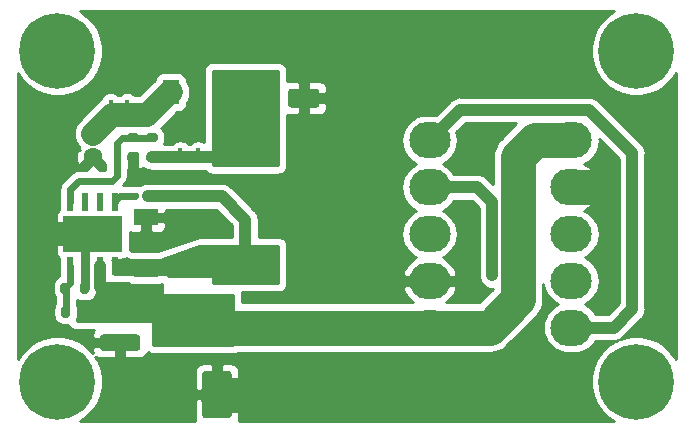
<source format=gtl>
G04 #@! TF.GenerationSoftware,KiCad,Pcbnew,5.1.10-88a1d61d58~90~ubuntu20.04.1*
G04 #@! TF.CreationDate,2021-10-25T08:53:00-05:00*
G04 #@! TF.ProjectId,power-share,706f7765-722d-4736-9861-72652e6b6963,rev?*
G04 #@! TF.SameCoordinates,Original*
G04 #@! TF.FileFunction,Copper,L1,Top*
G04 #@! TF.FilePolarity,Positive*
%FSLAX46Y46*%
G04 Gerber Fmt 4.6, Leading zero omitted, Abs format (unit mm)*
G04 Created by KiCad (PCBNEW 5.1.10-88a1d61d58~90~ubuntu20.04.1) date 2021-10-25 08:53:00*
%MOMM*%
%LPD*%
G01*
G04 APERTURE LIST*
G04 #@! TA.AperFunction,ComponentPad*
%ADD10C,0.800000*%
G04 #@! TD*
G04 #@! TA.AperFunction,ComponentPad*
%ADD11C,6.400000*%
G04 #@! TD*
G04 #@! TA.AperFunction,SMDPad,CuDef*
%ADD12R,3.400000X2.710000*%
G04 #@! TD*
G04 #@! TA.AperFunction,SMDPad,CuDef*
%ADD13R,0.600000X1.550000*%
G04 #@! TD*
G04 #@! TA.AperFunction,ComponentPad*
%ADD14C,0.400000*%
G04 #@! TD*
G04 #@! TA.AperFunction,ComponentPad*
%ADD15C,0.100000*%
G04 #@! TD*
G04 #@! TA.AperFunction,ComponentPad*
%ADD16O,3.500000X3.100000*%
G04 #@! TD*
G04 #@! TA.AperFunction,SMDPad,CuDef*
%ADD17R,5.400000X2.900000*%
G04 #@! TD*
G04 #@! TA.AperFunction,ComponentPad*
%ADD18C,1.597660*%
G04 #@! TD*
G04 #@! TA.AperFunction,SMDPad,CuDef*
%ADD19R,1.400000X2.100000*%
G04 #@! TD*
G04 #@! TA.AperFunction,SMDPad,CuDef*
%ADD20R,2.100000X1.400000*%
G04 #@! TD*
G04 #@! TA.AperFunction,ViaPad*
%ADD21C,0.800000*%
G04 #@! TD*
G04 #@! TA.AperFunction,ViaPad*
%ADD22C,0.900000*%
G04 #@! TD*
G04 #@! TA.AperFunction,ViaPad*
%ADD23C,0.400000*%
G04 #@! TD*
G04 #@! TA.AperFunction,Conductor*
%ADD24C,1.000000*%
G04 #@! TD*
G04 #@! TA.AperFunction,Conductor*
%ADD25C,3.000000*%
G04 #@! TD*
G04 #@! TA.AperFunction,Conductor*
%ADD26C,0.600000*%
G04 #@! TD*
G04 #@! TA.AperFunction,Conductor*
%ADD27C,2.000000*%
G04 #@! TD*
G04 #@! TA.AperFunction,Conductor*
%ADD28C,0.800000*%
G04 #@! TD*
G04 #@! TA.AperFunction,Conductor*
%ADD29C,0.200000*%
G04 #@! TD*
G04 #@! TA.AperFunction,Conductor*
%ADD30C,0.254000*%
G04 #@! TD*
G04 #@! TA.AperFunction,Conductor*
%ADD31C,0.100000*%
G04 #@! TD*
G04 APERTURE END LIST*
D10*
X136697056Y-101302944D03*
X135000000Y-100600000D03*
X133302944Y-101302944D03*
X132600000Y-103000000D03*
X133302944Y-104697056D03*
X135000000Y-105400000D03*
X136697056Y-104697056D03*
X137400000Y-103000000D03*
D11*
X135000000Y-103000000D03*
D12*
X89000000Y-118500000D03*
D13*
X87095000Y-115800000D03*
X87095000Y-121200000D03*
X88365000Y-115800000D03*
X88365000Y-121200000D03*
X89635000Y-115800000D03*
X89635000Y-121200000D03*
X90905000Y-115800000D03*
X90905000Y-121200000D03*
D14*
X90950000Y-119150000D03*
X89650000Y-119150000D03*
X89650000Y-117850000D03*
X88350000Y-117850000D03*
X88340000Y-119150000D03*
X87050000Y-117850000D03*
X87050000Y-119150000D03*
G04 #@! TA.AperFunction,ComponentPad*
D15*
G36*
X86540245Y-120024039D02*
G01*
X86530866Y-120021194D01*
X86522221Y-120016573D01*
X86514645Y-120010355D01*
X86508427Y-120002779D01*
X86503806Y-119994134D01*
X86500961Y-119984755D01*
X86500000Y-119975000D01*
X86500000Y-117025000D01*
X86500961Y-117015245D01*
X86503806Y-117005866D01*
X86508427Y-116997221D01*
X86514645Y-116989645D01*
X86522221Y-116983427D01*
X86530866Y-116978806D01*
X86540245Y-116975961D01*
X86550000Y-116975000D01*
X91450000Y-116975000D01*
X91459755Y-116975961D01*
X91469134Y-116978806D01*
X91477779Y-116983427D01*
X91485355Y-116989645D01*
X91491573Y-116997221D01*
X91496194Y-117005866D01*
X91499039Y-117015245D01*
X91500000Y-117025000D01*
X91500000Y-119975000D01*
X91499039Y-119984755D01*
X91496194Y-119994134D01*
X91491573Y-120002779D01*
X91485355Y-120010355D01*
X91477779Y-120016573D01*
X91469134Y-120021194D01*
X91459755Y-120024039D01*
X91450000Y-120025000D01*
X86550000Y-120025000D01*
X86540245Y-120024039D01*
G37*
G04 #@! TD.AperFunction*
D10*
X136697056Y-129302944D03*
X135000000Y-128600000D03*
X133302944Y-129302944D03*
X132600000Y-131000000D03*
X133302944Y-132697056D03*
X135000000Y-133400000D03*
X136697056Y-132697056D03*
X137400000Y-131000000D03*
D11*
X135000000Y-131000000D03*
D10*
X87697056Y-129302944D03*
X86000000Y-128600000D03*
X84302944Y-129302944D03*
X83600000Y-131000000D03*
X84302944Y-132697056D03*
X86000000Y-133400000D03*
X87697056Y-132697056D03*
X88400000Y-131000000D03*
D11*
X86000000Y-131000000D03*
D10*
X87697056Y-101302944D03*
X86000000Y-100600000D03*
X84302944Y-101302944D03*
X83600000Y-103000000D03*
X84302944Y-104697056D03*
X86000000Y-105400000D03*
X87697056Y-104697056D03*
X88400000Y-103000000D03*
D11*
X86000000Y-103000000D03*
D16*
X117500000Y-126420000D03*
X117500000Y-122460000D03*
X117500000Y-118500000D03*
X117500000Y-114540000D03*
X117500000Y-110580000D03*
D17*
X101900000Y-121100000D03*
X101900000Y-111400000D03*
G04 #@! TA.AperFunction,SMDPad,CuDef*
G36*
G01*
X92867500Y-115145000D02*
X92867500Y-115455000D01*
G75*
G02*
X92712500Y-115610000I-155000J0D01*
G01*
X92287500Y-115610000D01*
G75*
G02*
X92132500Y-115455000I0J155000D01*
G01*
X92132500Y-115145000D01*
G75*
G02*
X92287500Y-114990000I155000J0D01*
G01*
X92712500Y-114990000D01*
G75*
G02*
X92867500Y-115145000I0J-155000D01*
G01*
G37*
G04 #@! TD.AperFunction*
G04 #@! TA.AperFunction,SMDPad,CuDef*
G36*
G01*
X94002500Y-115145000D02*
X94002500Y-115455000D01*
G75*
G02*
X93847500Y-115610000I-155000J0D01*
G01*
X93422500Y-115610000D01*
G75*
G02*
X93267500Y-115455000I0J155000D01*
G01*
X93267500Y-115145000D01*
G75*
G02*
X93422500Y-114990000I155000J0D01*
G01*
X93847500Y-114990000D01*
G75*
G02*
X94002500Y-115145000I0J-155000D01*
G01*
G37*
G04 #@! TD.AperFunction*
G04 #@! TA.AperFunction,SMDPad,CuDef*
G36*
G01*
X89849999Y-127000000D02*
X92750001Y-127000000D01*
G75*
G02*
X93000000Y-127249999I0J-249999D01*
G01*
X93000000Y-128150001D01*
G75*
G02*
X92750001Y-128400000I-249999J0D01*
G01*
X89849999Y-128400000D01*
G75*
G02*
X89600000Y-128150001I0J249999D01*
G01*
X89600000Y-127249999D01*
G75*
G02*
X89849999Y-127000000I249999J0D01*
G01*
G37*
G04 #@! TD.AperFunction*
G04 #@! TA.AperFunction,SMDPad,CuDef*
G36*
G01*
X89849999Y-122900000D02*
X92750001Y-122900000D01*
G75*
G02*
X93000000Y-123149999I0J-249999D01*
G01*
X93000000Y-124050001D01*
G75*
G02*
X92750001Y-124300000I-249999J0D01*
G01*
X89849999Y-124300000D01*
G75*
G02*
X89600000Y-124050001I0J249999D01*
G01*
X89600000Y-123149999D01*
G75*
G02*
X89849999Y-122900000I249999J0D01*
G01*
G37*
G04 #@! TD.AperFunction*
G04 #@! TA.AperFunction,SMDPad,CuDef*
G36*
G01*
X98500000Y-130100000D02*
X100500000Y-130100000D01*
G75*
G02*
X100750000Y-130350000I0J-250000D01*
G01*
X100750000Y-133850000D01*
G75*
G02*
X100500000Y-134100000I-250000J0D01*
G01*
X98500000Y-134100000D01*
G75*
G02*
X98250000Y-133850000I0J250000D01*
G01*
X98250000Y-130350000D01*
G75*
G02*
X98500000Y-130100000I250000J0D01*
G01*
G37*
G04 #@! TD.AperFunction*
G04 #@! TA.AperFunction,SMDPad,CuDef*
G36*
G01*
X98500000Y-124000000D02*
X100500000Y-124000000D01*
G75*
G02*
X100750000Y-124250000I0J-250000D01*
G01*
X100750000Y-127750000D01*
G75*
G02*
X100500000Y-128000000I-250000J0D01*
G01*
X98500000Y-128000000D01*
G75*
G02*
X98250000Y-127750000I0J250000D01*
G01*
X98250000Y-124250000D01*
G75*
G02*
X98500000Y-124000000I250000J0D01*
G01*
G37*
G04 #@! TD.AperFunction*
G04 #@! TA.AperFunction,SMDPad,CuDef*
G36*
G01*
X92675000Y-110750000D02*
X92125000Y-110750000D01*
G75*
G02*
X91925000Y-110550000I0J200000D01*
G01*
X91925000Y-110150000D01*
G75*
G02*
X92125000Y-109950000I200000J0D01*
G01*
X92675000Y-109950000D01*
G75*
G02*
X92875000Y-110150000I0J-200000D01*
G01*
X92875000Y-110550000D01*
G75*
G02*
X92675000Y-110750000I-200000J0D01*
G01*
G37*
G04 #@! TD.AperFunction*
G04 #@! TA.AperFunction,SMDPad,CuDef*
G36*
G01*
X92675000Y-112400000D02*
X92125000Y-112400000D01*
G75*
G02*
X91925000Y-112200000I0J200000D01*
G01*
X91925000Y-111800000D01*
G75*
G02*
X92125000Y-111600000I200000J0D01*
G01*
X92675000Y-111600000D01*
G75*
G02*
X92875000Y-111800000I0J-200000D01*
G01*
X92875000Y-112200000D01*
G75*
G02*
X92675000Y-112400000I-200000J0D01*
G01*
G37*
G04 #@! TD.AperFunction*
G04 #@! TA.AperFunction,SMDPad,CuDef*
G36*
G01*
X93725000Y-111600000D02*
X94275000Y-111600000D01*
G75*
G02*
X94475000Y-111800000I0J-200000D01*
G01*
X94475000Y-112200000D01*
G75*
G02*
X94275000Y-112400000I-200000J0D01*
G01*
X93725000Y-112400000D01*
G75*
G02*
X93525000Y-112200000I0J200000D01*
G01*
X93525000Y-111800000D01*
G75*
G02*
X93725000Y-111600000I200000J0D01*
G01*
G37*
G04 #@! TD.AperFunction*
G04 #@! TA.AperFunction,SMDPad,CuDef*
G36*
G01*
X93725000Y-109950000D02*
X94275000Y-109950000D01*
G75*
G02*
X94475000Y-110150000I0J-200000D01*
G01*
X94475000Y-110550000D01*
G75*
G02*
X94275000Y-110750000I-200000J0D01*
G01*
X93725000Y-110750000D01*
G75*
G02*
X93525000Y-110550000I0J200000D01*
G01*
X93525000Y-110150000D01*
G75*
G02*
X93725000Y-109950000I200000J0D01*
G01*
G37*
G04 #@! TD.AperFunction*
G04 #@! TA.AperFunction,SMDPad,CuDef*
G36*
G01*
X87050000Y-122825000D02*
X87050000Y-123375000D01*
G75*
G02*
X86850000Y-123575000I-200000J0D01*
G01*
X86450000Y-123575000D01*
G75*
G02*
X86250000Y-123375000I0J200000D01*
G01*
X86250000Y-122825000D01*
G75*
G02*
X86450000Y-122625000I200000J0D01*
G01*
X86850000Y-122625000D01*
G75*
G02*
X87050000Y-122825000I0J-200000D01*
G01*
G37*
G04 #@! TD.AperFunction*
G04 #@! TA.AperFunction,SMDPad,CuDef*
G36*
G01*
X88700000Y-122825000D02*
X88700000Y-123375000D01*
G75*
G02*
X88500000Y-123575000I-200000J0D01*
G01*
X88100000Y-123575000D01*
G75*
G02*
X87900000Y-123375000I0J200000D01*
G01*
X87900000Y-122825000D01*
G75*
G02*
X88100000Y-122625000I200000J0D01*
G01*
X88500000Y-122625000D01*
G75*
G02*
X88700000Y-122825000I0J-200000D01*
G01*
G37*
G04 #@! TD.AperFunction*
G04 #@! TA.AperFunction,SMDPad,CuDef*
G36*
G01*
X87100000Y-124825000D02*
X87100000Y-125375000D01*
G75*
G02*
X86900000Y-125575000I-200000J0D01*
G01*
X86500000Y-125575000D01*
G75*
G02*
X86300000Y-125375000I0J200000D01*
G01*
X86300000Y-124825000D01*
G75*
G02*
X86500000Y-124625000I200000J0D01*
G01*
X86900000Y-124625000D01*
G75*
G02*
X87100000Y-124825000I0J-200000D01*
G01*
G37*
G04 #@! TD.AperFunction*
G04 #@! TA.AperFunction,SMDPad,CuDef*
G36*
G01*
X88750000Y-124825000D02*
X88750000Y-125375000D01*
G75*
G02*
X88550000Y-125575000I-200000J0D01*
G01*
X88150000Y-125575000D01*
G75*
G02*
X87950000Y-125375000I0J200000D01*
G01*
X87950000Y-124825000D01*
G75*
G02*
X88150000Y-124625000I200000J0D01*
G01*
X88550000Y-124625000D01*
G75*
G02*
X88750000Y-124825000I0J-200000D01*
G01*
G37*
G04 #@! TD.AperFunction*
D18*
X89000000Y-110001780D03*
X89000000Y-111998220D03*
D19*
X100000000Y-106500000D03*
X95600000Y-106500000D03*
D20*
X93500000Y-117100000D03*
X93500000Y-121500000D03*
G04 #@! TA.AperFunction,SMDPad,CuDef*
G36*
G01*
X105525000Y-107550000D02*
X105525000Y-106450000D01*
G75*
G02*
X105775000Y-106200000I250000J0D01*
G01*
X107925000Y-106200000D01*
G75*
G02*
X108175000Y-106450000I0J-250000D01*
G01*
X108175000Y-107550000D01*
G75*
G02*
X107925000Y-107800000I-250000J0D01*
G01*
X105775000Y-107800000D01*
G75*
G02*
X105525000Y-107550000I0J250000D01*
G01*
G37*
G04 #@! TD.AperFunction*
G04 #@! TA.AperFunction,SMDPad,CuDef*
G36*
G01*
X102175000Y-107550000D02*
X102175000Y-106450000D01*
G75*
G02*
X102425000Y-106200000I250000J0D01*
G01*
X104575000Y-106200000D01*
G75*
G02*
X104825000Y-106450000I0J-250000D01*
G01*
X104825000Y-107550000D01*
G75*
G02*
X104575000Y-107800000I-250000J0D01*
G01*
X102425000Y-107800000D01*
G75*
G02*
X102175000Y-107550000I0J250000D01*
G01*
G37*
G04 #@! TD.AperFunction*
D16*
X129500000Y-110580000D03*
X129500000Y-114540000D03*
X129500000Y-118500000D03*
X129500000Y-122460000D03*
X129500000Y-126420000D03*
D21*
X93000000Y-119000000D03*
X94500000Y-119000000D03*
X96000000Y-117000000D03*
X96000000Y-118000000D03*
X97500000Y-118000000D03*
X97500000Y-117000000D03*
X99000000Y-117000000D03*
X99000000Y-118000000D03*
X107000000Y-111000000D03*
X109000000Y-111000000D03*
X111000000Y-111000000D03*
X111000000Y-113000000D03*
X109000000Y-113000000D03*
X107000000Y-113000000D03*
X107000000Y-115000000D03*
X109000000Y-115000000D03*
X111000000Y-115000000D03*
X111000000Y-117000000D03*
X109000000Y-117000000D03*
X107000000Y-117000000D03*
X107000000Y-119000000D03*
X109000000Y-119000000D03*
X111000000Y-119000000D03*
X111000000Y-121000000D03*
X109000000Y-121000000D03*
X107000000Y-121000000D03*
X84000000Y-109500000D03*
X84000000Y-111000000D03*
X84000000Y-112500000D03*
X84000000Y-114000000D03*
X84000000Y-115500000D03*
X85500000Y-115500000D03*
X85500000Y-114000000D03*
X85500000Y-112500000D03*
X85500000Y-111000000D03*
D22*
X108000000Y-129000000D03*
X110000000Y-129000000D03*
X112000000Y-129000000D03*
X114000000Y-129000000D03*
X106000000Y-131000000D03*
X106000000Y-133000000D03*
X102000000Y-129000000D03*
X97000000Y-129000000D03*
X93000000Y-131000000D03*
X93000000Y-133000000D03*
X91000000Y-133000000D03*
X91000000Y-131000000D03*
X84000000Y-121000000D03*
X84000000Y-123000000D03*
X84000000Y-125000000D03*
X129000000Y-101000000D03*
X126000000Y-101000000D03*
X123000000Y-101000000D03*
X120000000Y-101000000D03*
X117000000Y-101000000D03*
X114000000Y-101000000D03*
X133000000Y-120000000D03*
X133000000Y-124000000D03*
X133000000Y-122000000D03*
X121000000Y-123000000D03*
X121000000Y-121000000D03*
X121000000Y-119000000D03*
X121000000Y-117000000D03*
X121000000Y-110000000D03*
X121000000Y-112000000D03*
X122850000Y-122000000D03*
D23*
X96400000Y-111400000D03*
X97900000Y-111400000D03*
X91900000Y-107300000D03*
X90500000Y-107300000D03*
D24*
X90260000Y-123600000D02*
X91300000Y-123600000D01*
X89635000Y-122975000D02*
X90260000Y-123600000D01*
X89635000Y-121200000D02*
X89635000Y-122975000D01*
D25*
X122580000Y-126420000D02*
X99920000Y-126420000D01*
X125000000Y-124000000D02*
X122580000Y-126420000D01*
X125000000Y-112000000D02*
X125000000Y-124000000D01*
X99920000Y-126420000D02*
X99500000Y-126000000D01*
X126420000Y-110580000D02*
X125000000Y-112000000D01*
X129500000Y-110580000D02*
X126420000Y-110580000D01*
D26*
X90950000Y-117850000D02*
X88350000Y-117850000D01*
X86800000Y-118500000D02*
X89000000Y-118500000D01*
D27*
X89000000Y-118500000D02*
X85000000Y-118500000D01*
D28*
X88365000Y-119135000D02*
X89000000Y-118500000D01*
X88365000Y-121200000D02*
X88365000Y-119135000D01*
X88365000Y-123035000D02*
X88300000Y-123100000D01*
X88365000Y-121200000D02*
X88365000Y-123035000D01*
D25*
X99500000Y-132100000D02*
X102800000Y-132100000D01*
X129500000Y-114540000D02*
X131660000Y-114540000D01*
D24*
X122799990Y-115799990D02*
X122799990Y-122000000D01*
X121540000Y-114540000D02*
X122799990Y-115799990D01*
X117500000Y-114540000D02*
X121540000Y-114540000D01*
X120079999Y-108000001D02*
X117500000Y-110580000D01*
X131000001Y-108000001D02*
X120079999Y-108000001D01*
X134649988Y-111649988D02*
X131000001Y-108000001D01*
X134649988Y-124850012D02*
X134649988Y-111649988D01*
X133080000Y-126420000D02*
X134649988Y-124850012D01*
X129500000Y-126420000D02*
X133080000Y-126420000D01*
D26*
X86700000Y-123150000D02*
X86650000Y-123100000D01*
X86700000Y-125100000D02*
X86700000Y-123150000D01*
X87095000Y-122655000D02*
X86650000Y-123100000D01*
X87095000Y-121200000D02*
X87095000Y-122655000D01*
X91450000Y-110350000D02*
X92400000Y-110350000D01*
X91000000Y-110800000D02*
X91450000Y-110350000D01*
X91000000Y-113600000D02*
X91000000Y-110800000D01*
X90600000Y-114000000D02*
X91000000Y-113600000D01*
X87095000Y-114705000D02*
X87800000Y-114000000D01*
X87800000Y-114000000D02*
X90600000Y-114000000D01*
X87095000Y-115800000D02*
X87095000Y-114705000D01*
X94000000Y-110350000D02*
X92400000Y-110350000D01*
X90905000Y-115800000D02*
X90905000Y-115695000D01*
X91300000Y-115300000D02*
X92500000Y-115300000D01*
X90905000Y-115695000D02*
X91300000Y-115300000D01*
D24*
X101300000Y-112000000D02*
X101900000Y-111400000D01*
D29*
X95800000Y-112000000D02*
X95750000Y-112000000D01*
X96400000Y-111400000D02*
X95800000Y-112000000D01*
D24*
X94000000Y-112000000D02*
X95750000Y-112000000D01*
D29*
X97000000Y-112000000D02*
X97050000Y-112000000D01*
X96400000Y-111400000D02*
X97000000Y-112000000D01*
D24*
X97050000Y-112000000D02*
X98200000Y-112000000D01*
X95750000Y-112000000D02*
X97050000Y-112000000D01*
D29*
X97300000Y-112000000D02*
X97050000Y-112000000D01*
X97900000Y-111400000D02*
X97300000Y-112000000D01*
X98350000Y-111850000D02*
X98350000Y-112000000D01*
X97900000Y-111400000D02*
X98350000Y-111850000D01*
D24*
X98350000Y-112000000D02*
X101300000Y-112000000D01*
X98200000Y-112000000D02*
X98350000Y-112000000D01*
X93635000Y-115300000D02*
X99900000Y-115300000D01*
X101900000Y-117300000D02*
X101900000Y-121100000D01*
X99900000Y-115300000D02*
X101900000Y-117300000D01*
D27*
X90599389Y-108400000D02*
X89000000Y-109999389D01*
X95500000Y-106500000D02*
X93600000Y-108400000D01*
X95600000Y-106500000D02*
X95500000Y-106500000D01*
D29*
X90800000Y-108400000D02*
X90599389Y-108400000D01*
X91900000Y-107300000D02*
X90800000Y-108400000D01*
X91900000Y-107300000D02*
X93000000Y-108400000D01*
D27*
X93000000Y-108400000D02*
X90599389Y-108400000D01*
X93600000Y-108400000D02*
X93000000Y-108400000D01*
D29*
X90599389Y-107399389D02*
X90500000Y-107300000D01*
X90599389Y-108400000D02*
X90599389Y-107399389D01*
D30*
X104673000Y-112673000D02*
X99127000Y-112673000D01*
X99127000Y-104727000D01*
X104673000Y-104727000D01*
X104673000Y-112673000D01*
G04 #@! TA.AperFunction,Conductor*
D31*
G36*
X104673000Y-112673000D02*
G01*
X99127000Y-112673000D01*
X99127000Y-104727000D01*
X104673000Y-104727000D01*
X104673000Y-112673000D01*
G37*
G04 #@! TD.AperFunction*
D30*
X91998815Y-122651185D02*
X92095506Y-122730537D01*
X92205820Y-122789502D01*
X92325518Y-122825812D01*
X92450000Y-122838072D01*
X94550000Y-122838072D01*
X94674482Y-122825812D01*
X94794180Y-122789502D01*
X94873000Y-122747371D01*
X94873000Y-123500000D01*
X94875440Y-123524776D01*
X94882667Y-123548601D01*
X94894403Y-123570557D01*
X94910197Y-123589803D01*
X94929443Y-123605597D01*
X94951399Y-123617333D01*
X94975224Y-123624560D01*
X95000000Y-123627000D01*
X100873000Y-123627000D01*
X100873000Y-127873000D01*
X94127000Y-127873000D01*
X94127000Y-126000000D01*
X94124560Y-125975224D01*
X94117333Y-125951399D01*
X94105597Y-125929443D01*
X94089803Y-125910197D01*
X94070557Y-125894403D01*
X94048601Y-125882667D01*
X94024776Y-125875440D01*
X94000000Y-125873000D01*
X87627000Y-125873000D01*
X87627000Y-125784166D01*
X87674278Y-125695716D01*
X87721969Y-125538500D01*
X87738072Y-125375000D01*
X87738072Y-124825000D01*
X87721969Y-124661500D01*
X87674278Y-124504284D01*
X87635000Y-124430801D01*
X87635000Y-124072156D01*
X87779284Y-124149278D01*
X87936500Y-124196969D01*
X88100000Y-124213072D01*
X88500000Y-124213072D01*
X88663500Y-124196969D01*
X88820716Y-124149278D01*
X88965608Y-124071831D01*
X89092606Y-123967606D01*
X89196831Y-123840608D01*
X89274278Y-123695716D01*
X89321969Y-123538500D01*
X89335495Y-123401170D01*
X89385024Y-123237895D01*
X89400000Y-123085838D01*
X89400000Y-123085835D01*
X89405007Y-123035000D01*
X89400000Y-122984165D01*
X89400000Y-122627000D01*
X91978967Y-122627000D01*
X91998815Y-122651185D01*
G04 #@! TA.AperFunction,Conductor*
D31*
G36*
X91998815Y-122651185D02*
G01*
X92095506Y-122730537D01*
X92205820Y-122789502D01*
X92325518Y-122825812D01*
X92450000Y-122838072D01*
X94550000Y-122838072D01*
X94674482Y-122825812D01*
X94794180Y-122789502D01*
X94873000Y-122747371D01*
X94873000Y-123500000D01*
X94875440Y-123524776D01*
X94882667Y-123548601D01*
X94894403Y-123570557D01*
X94910197Y-123589803D01*
X94929443Y-123605597D01*
X94951399Y-123617333D01*
X94975224Y-123624560D01*
X95000000Y-123627000D01*
X100873000Y-123627000D01*
X100873000Y-127873000D01*
X94127000Y-127873000D01*
X94127000Y-126000000D01*
X94124560Y-125975224D01*
X94117333Y-125951399D01*
X94105597Y-125929443D01*
X94089803Y-125910197D01*
X94070557Y-125894403D01*
X94048601Y-125882667D01*
X94024776Y-125875440D01*
X94000000Y-125873000D01*
X87627000Y-125873000D01*
X87627000Y-125784166D01*
X87674278Y-125695716D01*
X87721969Y-125538500D01*
X87738072Y-125375000D01*
X87738072Y-124825000D01*
X87721969Y-124661500D01*
X87674278Y-124504284D01*
X87635000Y-124430801D01*
X87635000Y-124072156D01*
X87779284Y-124149278D01*
X87936500Y-124196969D01*
X88100000Y-124213072D01*
X88500000Y-124213072D01*
X88663500Y-124196969D01*
X88820716Y-124149278D01*
X88965608Y-124071831D01*
X89092606Y-123967606D01*
X89196831Y-123840608D01*
X89274278Y-123695716D01*
X89321969Y-123538500D01*
X89335495Y-123401170D01*
X89385024Y-123237895D01*
X89400000Y-123085838D01*
X89400000Y-123085835D01*
X89405007Y-123035000D01*
X89400000Y-122984165D01*
X89400000Y-122627000D01*
X91978967Y-122627000D01*
X91998815Y-122651185D01*
G37*
G04 #@! TD.AperFunction*
D30*
X104673000Y-122673000D02*
X99127000Y-122673000D01*
X99127000Y-122200000D01*
X99124560Y-122175224D01*
X99117333Y-122151399D01*
X99105597Y-122129443D01*
X99089803Y-122110197D01*
X99070557Y-122094403D01*
X99048601Y-122082667D01*
X99024776Y-122075440D01*
X99000000Y-122073000D01*
X95467078Y-122073000D01*
X95449013Y-122050987D01*
X95352787Y-121972017D01*
X95243004Y-121913336D01*
X95123882Y-121877201D01*
X95000000Y-121865000D01*
X90770000Y-121865000D01*
X90770000Y-121144248D01*
X90753577Y-120977501D01*
X90688676Y-120763553D01*
X90634968Y-120663072D01*
X91450000Y-120663072D01*
X91512556Y-120659998D01*
X91522311Y-120659037D01*
X91644972Y-120634637D01*
X91654351Y-120631792D01*
X91769927Y-120583919D01*
X91778572Y-120579298D01*
X91819679Y-120551830D01*
X92143204Y-120713592D01*
X92166456Y-120722490D01*
X92200000Y-120727000D01*
X94600000Y-120727000D01*
X94624776Y-120724560D01*
X94642268Y-120719760D01*
X98021755Y-119527000D01*
X104673000Y-119527000D01*
X104673000Y-122673000D01*
G04 #@! TA.AperFunction,Conductor*
D31*
G36*
X104673000Y-122673000D02*
G01*
X99127000Y-122673000D01*
X99127000Y-122200000D01*
X99124560Y-122175224D01*
X99117333Y-122151399D01*
X99105597Y-122129443D01*
X99089803Y-122110197D01*
X99070557Y-122094403D01*
X99048601Y-122082667D01*
X99024776Y-122075440D01*
X99000000Y-122073000D01*
X95467078Y-122073000D01*
X95449013Y-122050987D01*
X95352787Y-121972017D01*
X95243004Y-121913336D01*
X95123882Y-121877201D01*
X95000000Y-121865000D01*
X90770000Y-121865000D01*
X90770000Y-121144248D01*
X90753577Y-120977501D01*
X90688676Y-120763553D01*
X90634968Y-120663072D01*
X91450000Y-120663072D01*
X91512556Y-120659998D01*
X91522311Y-120659037D01*
X91644972Y-120634637D01*
X91654351Y-120631792D01*
X91769927Y-120583919D01*
X91778572Y-120579298D01*
X91819679Y-120551830D01*
X92143204Y-120713592D01*
X92166456Y-120722490D01*
X92200000Y-120727000D01*
X94600000Y-120727000D01*
X94624776Y-120724560D01*
X94642268Y-120719760D01*
X98021755Y-119527000D01*
X104673000Y-119527000D01*
X104673000Y-122673000D01*
G37*
G04 #@! TD.AperFunction*
D30*
X132555330Y-100021161D02*
X132021161Y-100555330D01*
X131601467Y-101183446D01*
X131312377Y-101881372D01*
X131165000Y-102622285D01*
X131165000Y-103377715D01*
X131312377Y-104118628D01*
X131601467Y-104816554D01*
X132021161Y-105444670D01*
X132555330Y-105978839D01*
X133183446Y-106398533D01*
X133881372Y-106687623D01*
X134622285Y-106835000D01*
X135377715Y-106835000D01*
X136118628Y-106687623D01*
X136816554Y-106398533D01*
X137444670Y-105978839D01*
X137978839Y-105444670D01*
X138340001Y-104904153D01*
X138340000Y-129095845D01*
X137978839Y-128555330D01*
X137444670Y-128021161D01*
X136816554Y-127601467D01*
X136118628Y-127312377D01*
X135377715Y-127165000D01*
X134622285Y-127165000D01*
X133881372Y-127312377D01*
X133600760Y-127428610D01*
X133713623Y-127368284D01*
X133886449Y-127226449D01*
X133921996Y-127183135D01*
X135413128Y-125692003D01*
X135456437Y-125656461D01*
X135598272Y-125483635D01*
X135703664Y-125286459D01*
X135768565Y-125072511D01*
X135784988Y-124905764D01*
X135784988Y-124905755D01*
X135790478Y-124850013D01*
X135784988Y-124794271D01*
X135784988Y-111705739D01*
X135790479Y-111649987D01*
X135768565Y-111427488D01*
X135736556Y-111321971D01*
X135703664Y-111213541D01*
X135598272Y-111016365D01*
X135456437Y-110843539D01*
X135413129Y-110807997D01*
X131841997Y-107236866D01*
X131806450Y-107193552D01*
X131633624Y-107051717D01*
X131436448Y-106946325D01*
X131222500Y-106881424D01*
X131055753Y-106865001D01*
X131055752Y-106865001D01*
X131000001Y-106859510D01*
X130944250Y-106865001D01*
X120135751Y-106865001D01*
X120079999Y-106859510D01*
X119857500Y-106881424D01*
X119643552Y-106946325D01*
X119446376Y-107051717D01*
X119316855Y-107158012D01*
X119316854Y-107158013D01*
X119273550Y-107193552D01*
X119238012Y-107236855D01*
X118055433Y-108419435D01*
X117807340Y-108395000D01*
X117192660Y-108395000D01*
X116871665Y-108426615D01*
X116459791Y-108551556D01*
X116080206Y-108754449D01*
X115747496Y-109027496D01*
X115474449Y-109360206D01*
X115271556Y-109739791D01*
X115146615Y-110151665D01*
X115104428Y-110580000D01*
X115146615Y-111008335D01*
X115271556Y-111420209D01*
X115474449Y-111799794D01*
X115747496Y-112132504D01*
X116080206Y-112405551D01*
X116369159Y-112560000D01*
X116080206Y-112714449D01*
X115747496Y-112987496D01*
X115474449Y-113320206D01*
X115271556Y-113699791D01*
X115146615Y-114111665D01*
X115104428Y-114540000D01*
X115146615Y-114968335D01*
X115271556Y-115380209D01*
X115474449Y-115759794D01*
X115747496Y-116092504D01*
X116080206Y-116365551D01*
X116369159Y-116520000D01*
X116080206Y-116674449D01*
X115747496Y-116947496D01*
X115474449Y-117280206D01*
X115271556Y-117659791D01*
X115146615Y-118071665D01*
X115104428Y-118500000D01*
X115146615Y-118928335D01*
X115271556Y-119340209D01*
X115474449Y-119719794D01*
X115747496Y-120052504D01*
X116080206Y-120325551D01*
X116383705Y-120487775D01*
X116058224Y-120669013D01*
X115732680Y-120945685D01*
X115467367Y-121280551D01*
X115272481Y-121660743D01*
X115216140Y-121802923D01*
X115299660Y-122137000D01*
X117177000Y-122137000D01*
X117177000Y-122117000D01*
X117823000Y-122117000D01*
X117823000Y-122137000D01*
X119700340Y-122137000D01*
X119783860Y-121802923D01*
X119727519Y-121660743D01*
X119532633Y-121280551D01*
X119267320Y-120945685D01*
X118941776Y-120669013D01*
X118616295Y-120487775D01*
X118919794Y-120325551D01*
X119252504Y-120052504D01*
X119525551Y-119719794D01*
X119728444Y-119340209D01*
X119853385Y-118928335D01*
X119895572Y-118500000D01*
X119853385Y-118071665D01*
X119728444Y-117659791D01*
X119525551Y-117280206D01*
X119252504Y-116947496D01*
X118919794Y-116674449D01*
X118630841Y-116520000D01*
X118919794Y-116365551D01*
X119252504Y-116092504D01*
X119525551Y-115759794D01*
X119570874Y-115675000D01*
X121069869Y-115675000D01*
X121664990Y-116270122D01*
X121664991Y-122055752D01*
X121681414Y-122222499D01*
X121746315Y-122436447D01*
X121851707Y-122633623D01*
X121993542Y-122806449D01*
X122166368Y-122948284D01*
X122363544Y-123053676D01*
X122577492Y-123118577D01*
X122799990Y-123140491D01*
X122844552Y-123136102D01*
X121695655Y-124285000D01*
X118880693Y-124285000D01*
X118941776Y-124250987D01*
X119267320Y-123974315D01*
X119532633Y-123639449D01*
X119727519Y-123259257D01*
X119783860Y-123117077D01*
X119700340Y-122783000D01*
X117823000Y-122783000D01*
X117823000Y-122803000D01*
X117177000Y-122803000D01*
X117177000Y-122783000D01*
X115299660Y-122783000D01*
X115216140Y-123117077D01*
X115272481Y-123259257D01*
X115467367Y-123639449D01*
X115732680Y-123974315D01*
X116058224Y-124250987D01*
X116119307Y-124285000D01*
X101635000Y-124285000D01*
X101635000Y-123500000D01*
X101628598Y-123435000D01*
X104800000Y-123435000D01*
X104923882Y-123422799D01*
X105043004Y-123386664D01*
X105152787Y-123327983D01*
X105249013Y-123249013D01*
X105327983Y-123152787D01*
X105386664Y-123043004D01*
X105422799Y-122923882D01*
X105435000Y-122800000D01*
X105435000Y-119400000D01*
X105422799Y-119276118D01*
X105386664Y-119156996D01*
X105327983Y-119047213D01*
X105249013Y-118950987D01*
X105152787Y-118872017D01*
X105043004Y-118813336D01*
X104923882Y-118777201D01*
X104800000Y-118765000D01*
X103035000Y-118765000D01*
X103035000Y-117355751D01*
X103040491Y-117299999D01*
X103018577Y-117077500D01*
X102998683Y-117011921D01*
X102953676Y-116863553D01*
X102848284Y-116666377D01*
X102706449Y-116493551D01*
X102663141Y-116458009D01*
X100741996Y-114536865D01*
X100706449Y-114493551D01*
X100533623Y-114351716D01*
X100336447Y-114246324D01*
X100122499Y-114181423D01*
X99955752Y-114165000D01*
X99955751Y-114165000D01*
X99900000Y-114159509D01*
X99844249Y-114165000D01*
X93579248Y-114165000D01*
X93412501Y-114181423D01*
X93198553Y-114246324D01*
X93001377Y-114351716D01*
X92951426Y-114392710D01*
X92867221Y-114367167D01*
X92712500Y-114351928D01*
X92287500Y-114351928D01*
X92154780Y-114365000D01*
X91557289Y-114365000D01*
X91628660Y-114293629D01*
X91664344Y-114264344D01*
X91781186Y-114121972D01*
X91868007Y-113959540D01*
X91911334Y-113816709D01*
X91921471Y-113783293D01*
X91929870Y-113698012D01*
X91935000Y-113645932D01*
X91935000Y-113645926D01*
X91939523Y-113600001D01*
X91935000Y-113554076D01*
X91935000Y-113018250D01*
X92077000Y-112876250D01*
X92077000Y-112273000D01*
X92057000Y-112273000D01*
X92057000Y-111727000D01*
X92077000Y-111727000D01*
X92077000Y-111657000D01*
X92723000Y-111657000D01*
X92723000Y-111727000D01*
X92743000Y-111727000D01*
X92743000Y-112273000D01*
X92723000Y-112273000D01*
X92723000Y-112876250D01*
X92881750Y-113035000D01*
X92986923Y-113028179D01*
X93107324Y-112994274D01*
X93218797Y-112937531D01*
X93265990Y-112900358D01*
X93404284Y-112974278D01*
X93429083Y-112981801D01*
X93563553Y-113053676D01*
X93777501Y-113118577D01*
X93944248Y-113135000D01*
X98462510Y-113135000D01*
X98472017Y-113152787D01*
X98550987Y-113249013D01*
X98647213Y-113327983D01*
X98756996Y-113386664D01*
X98876118Y-113422799D01*
X98935516Y-113428649D01*
X98955820Y-113439502D01*
X99075518Y-113475812D01*
X99200000Y-113488072D01*
X104600000Y-113488072D01*
X104724482Y-113475812D01*
X104844180Y-113439502D01*
X104864484Y-113428649D01*
X104923882Y-113422799D01*
X105043004Y-113386664D01*
X105152787Y-113327983D01*
X105249013Y-113249013D01*
X105327983Y-113152787D01*
X105386664Y-113043004D01*
X105422799Y-112923882D01*
X105435000Y-112800000D01*
X105435000Y-108429208D01*
X105525000Y-108438072D01*
X106368250Y-108435000D01*
X106527000Y-108276250D01*
X106527000Y-107323000D01*
X107173000Y-107323000D01*
X107173000Y-108276250D01*
X107331750Y-108435000D01*
X108175000Y-108438072D01*
X108299482Y-108425812D01*
X108419180Y-108389502D01*
X108529494Y-108330537D01*
X108626185Y-108251185D01*
X108705537Y-108154494D01*
X108764502Y-108044180D01*
X108800812Y-107924482D01*
X108813072Y-107800000D01*
X108810000Y-107481750D01*
X108651250Y-107323000D01*
X107173000Y-107323000D01*
X106527000Y-107323000D01*
X106507000Y-107323000D01*
X106507000Y-106677000D01*
X106527000Y-106677000D01*
X106527000Y-105723750D01*
X107173000Y-105723750D01*
X107173000Y-106677000D01*
X108651250Y-106677000D01*
X108810000Y-106518250D01*
X108813072Y-106200000D01*
X108800812Y-106075518D01*
X108764502Y-105955820D01*
X108705537Y-105845506D01*
X108626185Y-105748815D01*
X108529494Y-105669463D01*
X108419180Y-105610498D01*
X108299482Y-105574188D01*
X108175000Y-105561928D01*
X107331750Y-105565000D01*
X107173000Y-105723750D01*
X106527000Y-105723750D01*
X106368250Y-105565000D01*
X105525000Y-105561928D01*
X105435000Y-105570792D01*
X105435000Y-104600000D01*
X105422799Y-104476118D01*
X105386664Y-104356996D01*
X105327983Y-104247213D01*
X105249013Y-104150987D01*
X105152787Y-104072017D01*
X105043004Y-104013336D01*
X104923882Y-103977201D01*
X104800000Y-103965000D01*
X99000000Y-103965000D01*
X98876118Y-103977201D01*
X98756996Y-104013336D01*
X98647213Y-104072017D01*
X98550987Y-104150987D01*
X98472017Y-104247213D01*
X98413336Y-104356996D01*
X98377201Y-104476118D01*
X98365000Y-104600000D01*
X98365000Y-110706457D01*
X98295521Y-110660033D01*
X98143560Y-110597089D01*
X97982240Y-110565000D01*
X97817760Y-110565000D01*
X97656440Y-110597089D01*
X97504479Y-110660033D01*
X97367719Y-110751413D01*
X97254132Y-110865000D01*
X97045868Y-110865000D01*
X96932281Y-110751413D01*
X96795521Y-110660033D01*
X96643560Y-110597089D01*
X96482240Y-110565000D01*
X96317760Y-110565000D01*
X96156440Y-110597089D01*
X96004479Y-110660033D01*
X95867719Y-110751413D01*
X95754132Y-110865000D01*
X95051012Y-110865000D01*
X95096969Y-110713500D01*
X95113072Y-110550000D01*
X95113072Y-110150000D01*
X95096969Y-109986500D01*
X95049278Y-109829284D01*
X94971831Y-109684392D01*
X94867606Y-109557394D01*
X94806449Y-109507204D01*
X94812925Y-109499313D01*
X96124167Y-108188072D01*
X96300000Y-108188072D01*
X96424482Y-108175812D01*
X96544180Y-108139502D01*
X96654494Y-108080537D01*
X96751185Y-108001185D01*
X96830537Y-107904494D01*
X96889502Y-107794180D01*
X96925812Y-107674482D01*
X96938072Y-107550000D01*
X96938072Y-107446820D01*
X96966031Y-107412752D01*
X97117852Y-107128715D01*
X97211343Y-106820516D01*
X97242911Y-106500000D01*
X97211343Y-106179484D01*
X97117852Y-105871285D01*
X96966031Y-105587248D01*
X96938072Y-105553180D01*
X96938072Y-105450000D01*
X96925812Y-105325518D01*
X96889502Y-105205820D01*
X96830537Y-105095506D01*
X96751185Y-104998815D01*
X96654494Y-104919463D01*
X96544180Y-104860498D01*
X96424482Y-104824188D01*
X96300000Y-104811928D01*
X94900000Y-104811928D01*
X94775518Y-104824188D01*
X94655820Y-104860498D01*
X94545506Y-104919463D01*
X94448815Y-104998815D01*
X94369463Y-105095506D01*
X94310498Y-105205820D01*
X94274188Y-105325518D01*
X94264568Y-105423193D01*
X92922762Y-106765000D01*
X92545868Y-106765000D01*
X92432281Y-106651413D01*
X92295521Y-106560033D01*
X92143560Y-106497089D01*
X91982240Y-106465000D01*
X91817760Y-106465000D01*
X91656440Y-106497089D01*
X91504479Y-106560033D01*
X91367719Y-106651413D01*
X91254132Y-106765000D01*
X91145868Y-106765000D01*
X91032281Y-106651413D01*
X90895521Y-106560033D01*
X90743560Y-106497089D01*
X90582240Y-106465000D01*
X90417760Y-106465000D01*
X90256440Y-106497089D01*
X90104479Y-106560033D01*
X89967719Y-106651413D01*
X89851413Y-106767719D01*
X89760033Y-106904479D01*
X89712016Y-107020404D01*
X89686637Y-107033969D01*
X89437675Y-107238286D01*
X89386473Y-107300676D01*
X87787085Y-108900066D01*
X87633970Y-109086637D01*
X87482148Y-109370675D01*
X87388658Y-109678873D01*
X87357089Y-109999389D01*
X87388658Y-110319905D01*
X87482148Y-110628103D01*
X87633970Y-110912141D01*
X87821225Y-111140311D01*
X87753261Y-111208275D01*
X87894322Y-111349336D01*
X87674209Y-111434226D01*
X87589654Y-111703712D01*
X87559298Y-111984516D01*
X87584306Y-112265846D01*
X87663720Y-112536892D01*
X87674209Y-112562214D01*
X87894324Y-112647105D01*
X88543209Y-111998220D01*
X88529067Y-111984078D01*
X88882425Y-111630719D01*
X89000000Y-111642300D01*
X89117575Y-111630719D01*
X89470934Y-111984078D01*
X89456791Y-111998220D01*
X90065000Y-112606429D01*
X90065000Y-113065000D01*
X89609989Y-113065000D01*
X89000000Y-112455011D01*
X88390011Y-113065000D01*
X87845935Y-113065000D01*
X87800000Y-113060476D01*
X87616708Y-113078528D01*
X87440459Y-113131993D01*
X87424561Y-113140491D01*
X87278028Y-113218814D01*
X87135656Y-113335656D01*
X87106370Y-113371341D01*
X86466336Y-114011375D01*
X86430657Y-114040656D01*
X86313815Y-114183028D01*
X86279983Y-114246324D01*
X86226994Y-114345460D01*
X86173529Y-114521709D01*
X86155476Y-114705000D01*
X86160001Y-114750941D01*
X86160001Y-114993801D01*
X86156928Y-115025000D01*
X86156928Y-116463802D01*
X86117411Y-116490208D01*
X86109835Y-116496426D01*
X86021426Y-116584835D01*
X86015208Y-116592411D01*
X85945702Y-116696428D01*
X85941081Y-116705073D01*
X85893208Y-116820649D01*
X85890363Y-116830028D01*
X85865963Y-116952689D01*
X85865002Y-116962444D01*
X85861928Y-117025000D01*
X85861928Y-119975000D01*
X85865002Y-120037556D01*
X85865963Y-120047311D01*
X85890363Y-120169972D01*
X85893208Y-120179351D01*
X85941081Y-120294927D01*
X85945702Y-120303572D01*
X86015208Y-120407589D01*
X86021426Y-120415165D01*
X86109835Y-120503574D01*
X86117411Y-120509792D01*
X86156928Y-120536198D01*
X86156928Y-121975000D01*
X86160001Y-122006197D01*
X86160001Y-122041404D01*
X86129284Y-122050722D01*
X85984392Y-122128169D01*
X85857394Y-122232394D01*
X85753169Y-122359392D01*
X85675722Y-122504284D01*
X85628031Y-122661500D01*
X85611928Y-122825000D01*
X85611928Y-123375000D01*
X85628031Y-123538500D01*
X85675722Y-123695716D01*
X85753169Y-123840608D01*
X85765001Y-123855025D01*
X85765000Y-124430800D01*
X85725722Y-124504284D01*
X85678031Y-124661500D01*
X85661928Y-124825000D01*
X85661928Y-125375000D01*
X85678031Y-125538500D01*
X85725722Y-125695716D01*
X85803169Y-125840608D01*
X85907394Y-125967606D01*
X86034392Y-126071831D01*
X86179284Y-126149278D01*
X86336500Y-126196969D01*
X86500000Y-126213072D01*
X86900000Y-126213072D01*
X86904133Y-126212665D01*
X86913336Y-126243004D01*
X86972017Y-126352787D01*
X87050987Y-126449013D01*
X87147213Y-126527983D01*
X87256996Y-126586664D01*
X87376118Y-126622799D01*
X87500000Y-126635000D01*
X89078085Y-126635000D01*
X89069463Y-126645506D01*
X89010498Y-126755820D01*
X88974188Y-126875518D01*
X88961928Y-127000000D01*
X88965000Y-127218250D01*
X89123750Y-127377000D01*
X90977000Y-127377000D01*
X90977000Y-127357000D01*
X91623000Y-127357000D01*
X91623000Y-127377000D01*
X91643000Y-127377000D01*
X91643000Y-128023000D01*
X91623000Y-128023000D01*
X91623000Y-128876250D01*
X91781750Y-129035000D01*
X93000000Y-129038072D01*
X93124482Y-129025812D01*
X93244180Y-128989502D01*
X93354494Y-128930537D01*
X93451185Y-128851185D01*
X93530537Y-128754494D01*
X93589502Y-128644180D01*
X93625812Y-128524482D01*
X93627093Y-128511471D01*
X93647213Y-128527983D01*
X93756996Y-128586664D01*
X93876118Y-128622799D01*
X94000000Y-128635000D01*
X98468809Y-128635000D01*
X98500000Y-128638072D01*
X100500000Y-128638072D01*
X100531191Y-128635000D01*
X101000000Y-128635000D01*
X101123882Y-128622799D01*
X101243004Y-128586664D01*
X101302242Y-128555000D01*
X116811058Y-128555000D01*
X116871665Y-128573385D01*
X117192660Y-128605000D01*
X117807340Y-128605000D01*
X118128335Y-128573385D01*
X118188942Y-128555000D01*
X122475128Y-128555000D01*
X122580000Y-128565329D01*
X122684872Y-128555000D01*
X122684882Y-128555000D01*
X122998533Y-128524108D01*
X123400982Y-128402026D01*
X123771881Y-128203777D01*
X124096977Y-127936977D01*
X124163837Y-127855508D01*
X126435513Y-125583833D01*
X126516977Y-125516977D01*
X126706160Y-125286458D01*
X126783776Y-125191882D01*
X126808338Y-125145931D01*
X126982026Y-124820982D01*
X127006443Y-124740490D01*
X127104108Y-124418534D01*
X127114217Y-124315892D01*
X127135000Y-124104882D01*
X127135000Y-124104875D01*
X127145329Y-124000000D01*
X127135000Y-123895126D01*
X127135000Y-122770405D01*
X127146615Y-122888335D01*
X127271556Y-123300209D01*
X127474449Y-123679794D01*
X127747496Y-124012504D01*
X128080206Y-124285551D01*
X128369159Y-124440000D01*
X128080206Y-124594449D01*
X127747496Y-124867496D01*
X127474449Y-125200206D01*
X127271556Y-125579791D01*
X127146615Y-125991665D01*
X127104428Y-126420000D01*
X127146615Y-126848335D01*
X127271556Y-127260209D01*
X127474449Y-127639794D01*
X127747496Y-127972504D01*
X128080206Y-128245551D01*
X128459791Y-128448444D01*
X128871665Y-128573385D01*
X129192660Y-128605000D01*
X129807340Y-128605000D01*
X130128335Y-128573385D01*
X130540209Y-128448444D01*
X130919794Y-128245551D01*
X131252504Y-127972504D01*
X131525551Y-127639794D01*
X131570874Y-127555000D01*
X133024249Y-127555000D01*
X133080000Y-127560491D01*
X133135751Y-127555000D01*
X133135752Y-127555000D01*
X133302499Y-127538577D01*
X133424962Y-127501428D01*
X133183446Y-127601467D01*
X132555330Y-128021161D01*
X132021161Y-128555330D01*
X131601467Y-129183446D01*
X131312377Y-129881372D01*
X131165000Y-130622285D01*
X131165000Y-131377715D01*
X131312377Y-132118628D01*
X131601467Y-132816554D01*
X132021161Y-133444670D01*
X132555330Y-133978839D01*
X133095845Y-134340000D01*
X101340770Y-134340000D01*
X101375812Y-134224482D01*
X101388072Y-134100000D01*
X101385000Y-132581750D01*
X101226250Y-132423000D01*
X99823000Y-132423000D01*
X99823000Y-132443000D01*
X99177000Y-132443000D01*
X99177000Y-132423000D01*
X97773750Y-132423000D01*
X97615000Y-132581750D01*
X97611928Y-134100000D01*
X97624188Y-134224482D01*
X97659230Y-134340000D01*
X87904155Y-134340000D01*
X88444670Y-133978839D01*
X88978839Y-133444670D01*
X89398533Y-132816554D01*
X89687623Y-132118628D01*
X89835000Y-131377715D01*
X89835000Y-130622285D01*
X89731111Y-130100000D01*
X97611928Y-130100000D01*
X97615000Y-131618250D01*
X97773750Y-131777000D01*
X99177000Y-131777000D01*
X99177000Y-129623750D01*
X99823000Y-129623750D01*
X99823000Y-131777000D01*
X101226250Y-131777000D01*
X101385000Y-131618250D01*
X101388072Y-130100000D01*
X101375812Y-129975518D01*
X101339502Y-129855820D01*
X101280537Y-129745506D01*
X101201185Y-129648815D01*
X101104494Y-129569463D01*
X100994180Y-129510498D01*
X100874482Y-129474188D01*
X100750000Y-129461928D01*
X99981750Y-129465000D01*
X99823000Y-129623750D01*
X99177000Y-129623750D01*
X99018250Y-129465000D01*
X98250000Y-129461928D01*
X98125518Y-129474188D01*
X98005820Y-129510498D01*
X97895506Y-129569463D01*
X97798815Y-129648815D01*
X97719463Y-129745506D01*
X97660498Y-129855820D01*
X97624188Y-129975518D01*
X97611928Y-130100000D01*
X89731111Y-130100000D01*
X89687623Y-129881372D01*
X89398533Y-129183446D01*
X89210165Y-128901533D01*
X89245506Y-128930537D01*
X89355820Y-128989502D01*
X89475518Y-129025812D01*
X89600000Y-129038072D01*
X90818250Y-129035000D01*
X90977000Y-128876250D01*
X90977000Y-128023000D01*
X89123750Y-128023000D01*
X88965000Y-128181750D01*
X88961928Y-128400000D01*
X88974188Y-128524482D01*
X88987459Y-128568231D01*
X88978839Y-128555330D01*
X88444670Y-128021161D01*
X87816554Y-127601467D01*
X87118628Y-127312377D01*
X86377715Y-127165000D01*
X85622285Y-127165000D01*
X84881372Y-127312377D01*
X84183446Y-127601467D01*
X83555330Y-128021161D01*
X83021161Y-128555330D01*
X82660000Y-129095845D01*
X82660000Y-104904155D01*
X83021161Y-105444670D01*
X83555330Y-105978839D01*
X84183446Y-106398533D01*
X84881372Y-106687623D01*
X85622285Y-106835000D01*
X86377715Y-106835000D01*
X87118628Y-106687623D01*
X87816554Y-106398533D01*
X88444670Y-105978839D01*
X88978839Y-105444670D01*
X89398533Y-104816554D01*
X89687623Y-104118628D01*
X89835000Y-103377715D01*
X89835000Y-102622285D01*
X89687623Y-101881372D01*
X89398533Y-101183446D01*
X88978839Y-100555330D01*
X88444670Y-100021161D01*
X87904155Y-99660000D01*
X133095845Y-99660000D01*
X132555330Y-100021161D01*
G04 #@! TA.AperFunction,Conductor*
D31*
G36*
X132555330Y-100021161D02*
G01*
X132021161Y-100555330D01*
X131601467Y-101183446D01*
X131312377Y-101881372D01*
X131165000Y-102622285D01*
X131165000Y-103377715D01*
X131312377Y-104118628D01*
X131601467Y-104816554D01*
X132021161Y-105444670D01*
X132555330Y-105978839D01*
X133183446Y-106398533D01*
X133881372Y-106687623D01*
X134622285Y-106835000D01*
X135377715Y-106835000D01*
X136118628Y-106687623D01*
X136816554Y-106398533D01*
X137444670Y-105978839D01*
X137978839Y-105444670D01*
X138340001Y-104904153D01*
X138340000Y-129095845D01*
X137978839Y-128555330D01*
X137444670Y-128021161D01*
X136816554Y-127601467D01*
X136118628Y-127312377D01*
X135377715Y-127165000D01*
X134622285Y-127165000D01*
X133881372Y-127312377D01*
X133600760Y-127428610D01*
X133713623Y-127368284D01*
X133886449Y-127226449D01*
X133921996Y-127183135D01*
X135413128Y-125692003D01*
X135456437Y-125656461D01*
X135598272Y-125483635D01*
X135703664Y-125286459D01*
X135768565Y-125072511D01*
X135784988Y-124905764D01*
X135784988Y-124905755D01*
X135790478Y-124850013D01*
X135784988Y-124794271D01*
X135784988Y-111705739D01*
X135790479Y-111649987D01*
X135768565Y-111427488D01*
X135736556Y-111321971D01*
X135703664Y-111213541D01*
X135598272Y-111016365D01*
X135456437Y-110843539D01*
X135413129Y-110807997D01*
X131841997Y-107236866D01*
X131806450Y-107193552D01*
X131633624Y-107051717D01*
X131436448Y-106946325D01*
X131222500Y-106881424D01*
X131055753Y-106865001D01*
X131055752Y-106865001D01*
X131000001Y-106859510D01*
X130944250Y-106865001D01*
X120135751Y-106865001D01*
X120079999Y-106859510D01*
X119857500Y-106881424D01*
X119643552Y-106946325D01*
X119446376Y-107051717D01*
X119316855Y-107158012D01*
X119316854Y-107158013D01*
X119273550Y-107193552D01*
X119238012Y-107236855D01*
X118055433Y-108419435D01*
X117807340Y-108395000D01*
X117192660Y-108395000D01*
X116871665Y-108426615D01*
X116459791Y-108551556D01*
X116080206Y-108754449D01*
X115747496Y-109027496D01*
X115474449Y-109360206D01*
X115271556Y-109739791D01*
X115146615Y-110151665D01*
X115104428Y-110580000D01*
X115146615Y-111008335D01*
X115271556Y-111420209D01*
X115474449Y-111799794D01*
X115747496Y-112132504D01*
X116080206Y-112405551D01*
X116369159Y-112560000D01*
X116080206Y-112714449D01*
X115747496Y-112987496D01*
X115474449Y-113320206D01*
X115271556Y-113699791D01*
X115146615Y-114111665D01*
X115104428Y-114540000D01*
X115146615Y-114968335D01*
X115271556Y-115380209D01*
X115474449Y-115759794D01*
X115747496Y-116092504D01*
X116080206Y-116365551D01*
X116369159Y-116520000D01*
X116080206Y-116674449D01*
X115747496Y-116947496D01*
X115474449Y-117280206D01*
X115271556Y-117659791D01*
X115146615Y-118071665D01*
X115104428Y-118500000D01*
X115146615Y-118928335D01*
X115271556Y-119340209D01*
X115474449Y-119719794D01*
X115747496Y-120052504D01*
X116080206Y-120325551D01*
X116383705Y-120487775D01*
X116058224Y-120669013D01*
X115732680Y-120945685D01*
X115467367Y-121280551D01*
X115272481Y-121660743D01*
X115216140Y-121802923D01*
X115299660Y-122137000D01*
X117177000Y-122137000D01*
X117177000Y-122117000D01*
X117823000Y-122117000D01*
X117823000Y-122137000D01*
X119700340Y-122137000D01*
X119783860Y-121802923D01*
X119727519Y-121660743D01*
X119532633Y-121280551D01*
X119267320Y-120945685D01*
X118941776Y-120669013D01*
X118616295Y-120487775D01*
X118919794Y-120325551D01*
X119252504Y-120052504D01*
X119525551Y-119719794D01*
X119728444Y-119340209D01*
X119853385Y-118928335D01*
X119895572Y-118500000D01*
X119853385Y-118071665D01*
X119728444Y-117659791D01*
X119525551Y-117280206D01*
X119252504Y-116947496D01*
X118919794Y-116674449D01*
X118630841Y-116520000D01*
X118919794Y-116365551D01*
X119252504Y-116092504D01*
X119525551Y-115759794D01*
X119570874Y-115675000D01*
X121069869Y-115675000D01*
X121664990Y-116270122D01*
X121664991Y-122055752D01*
X121681414Y-122222499D01*
X121746315Y-122436447D01*
X121851707Y-122633623D01*
X121993542Y-122806449D01*
X122166368Y-122948284D01*
X122363544Y-123053676D01*
X122577492Y-123118577D01*
X122799990Y-123140491D01*
X122844552Y-123136102D01*
X121695655Y-124285000D01*
X118880693Y-124285000D01*
X118941776Y-124250987D01*
X119267320Y-123974315D01*
X119532633Y-123639449D01*
X119727519Y-123259257D01*
X119783860Y-123117077D01*
X119700340Y-122783000D01*
X117823000Y-122783000D01*
X117823000Y-122803000D01*
X117177000Y-122803000D01*
X117177000Y-122783000D01*
X115299660Y-122783000D01*
X115216140Y-123117077D01*
X115272481Y-123259257D01*
X115467367Y-123639449D01*
X115732680Y-123974315D01*
X116058224Y-124250987D01*
X116119307Y-124285000D01*
X101635000Y-124285000D01*
X101635000Y-123500000D01*
X101628598Y-123435000D01*
X104800000Y-123435000D01*
X104923882Y-123422799D01*
X105043004Y-123386664D01*
X105152787Y-123327983D01*
X105249013Y-123249013D01*
X105327983Y-123152787D01*
X105386664Y-123043004D01*
X105422799Y-122923882D01*
X105435000Y-122800000D01*
X105435000Y-119400000D01*
X105422799Y-119276118D01*
X105386664Y-119156996D01*
X105327983Y-119047213D01*
X105249013Y-118950987D01*
X105152787Y-118872017D01*
X105043004Y-118813336D01*
X104923882Y-118777201D01*
X104800000Y-118765000D01*
X103035000Y-118765000D01*
X103035000Y-117355751D01*
X103040491Y-117299999D01*
X103018577Y-117077500D01*
X102998683Y-117011921D01*
X102953676Y-116863553D01*
X102848284Y-116666377D01*
X102706449Y-116493551D01*
X102663141Y-116458009D01*
X100741996Y-114536865D01*
X100706449Y-114493551D01*
X100533623Y-114351716D01*
X100336447Y-114246324D01*
X100122499Y-114181423D01*
X99955752Y-114165000D01*
X99955751Y-114165000D01*
X99900000Y-114159509D01*
X99844249Y-114165000D01*
X93579248Y-114165000D01*
X93412501Y-114181423D01*
X93198553Y-114246324D01*
X93001377Y-114351716D01*
X92951426Y-114392710D01*
X92867221Y-114367167D01*
X92712500Y-114351928D01*
X92287500Y-114351928D01*
X92154780Y-114365000D01*
X91557289Y-114365000D01*
X91628660Y-114293629D01*
X91664344Y-114264344D01*
X91781186Y-114121972D01*
X91868007Y-113959540D01*
X91911334Y-113816709D01*
X91921471Y-113783293D01*
X91929870Y-113698012D01*
X91935000Y-113645932D01*
X91935000Y-113645926D01*
X91939523Y-113600001D01*
X91935000Y-113554076D01*
X91935000Y-113018250D01*
X92077000Y-112876250D01*
X92077000Y-112273000D01*
X92057000Y-112273000D01*
X92057000Y-111727000D01*
X92077000Y-111727000D01*
X92077000Y-111657000D01*
X92723000Y-111657000D01*
X92723000Y-111727000D01*
X92743000Y-111727000D01*
X92743000Y-112273000D01*
X92723000Y-112273000D01*
X92723000Y-112876250D01*
X92881750Y-113035000D01*
X92986923Y-113028179D01*
X93107324Y-112994274D01*
X93218797Y-112937531D01*
X93265990Y-112900358D01*
X93404284Y-112974278D01*
X93429083Y-112981801D01*
X93563553Y-113053676D01*
X93777501Y-113118577D01*
X93944248Y-113135000D01*
X98462510Y-113135000D01*
X98472017Y-113152787D01*
X98550987Y-113249013D01*
X98647213Y-113327983D01*
X98756996Y-113386664D01*
X98876118Y-113422799D01*
X98935516Y-113428649D01*
X98955820Y-113439502D01*
X99075518Y-113475812D01*
X99200000Y-113488072D01*
X104600000Y-113488072D01*
X104724482Y-113475812D01*
X104844180Y-113439502D01*
X104864484Y-113428649D01*
X104923882Y-113422799D01*
X105043004Y-113386664D01*
X105152787Y-113327983D01*
X105249013Y-113249013D01*
X105327983Y-113152787D01*
X105386664Y-113043004D01*
X105422799Y-112923882D01*
X105435000Y-112800000D01*
X105435000Y-108429208D01*
X105525000Y-108438072D01*
X106368250Y-108435000D01*
X106527000Y-108276250D01*
X106527000Y-107323000D01*
X107173000Y-107323000D01*
X107173000Y-108276250D01*
X107331750Y-108435000D01*
X108175000Y-108438072D01*
X108299482Y-108425812D01*
X108419180Y-108389502D01*
X108529494Y-108330537D01*
X108626185Y-108251185D01*
X108705537Y-108154494D01*
X108764502Y-108044180D01*
X108800812Y-107924482D01*
X108813072Y-107800000D01*
X108810000Y-107481750D01*
X108651250Y-107323000D01*
X107173000Y-107323000D01*
X106527000Y-107323000D01*
X106507000Y-107323000D01*
X106507000Y-106677000D01*
X106527000Y-106677000D01*
X106527000Y-105723750D01*
X107173000Y-105723750D01*
X107173000Y-106677000D01*
X108651250Y-106677000D01*
X108810000Y-106518250D01*
X108813072Y-106200000D01*
X108800812Y-106075518D01*
X108764502Y-105955820D01*
X108705537Y-105845506D01*
X108626185Y-105748815D01*
X108529494Y-105669463D01*
X108419180Y-105610498D01*
X108299482Y-105574188D01*
X108175000Y-105561928D01*
X107331750Y-105565000D01*
X107173000Y-105723750D01*
X106527000Y-105723750D01*
X106368250Y-105565000D01*
X105525000Y-105561928D01*
X105435000Y-105570792D01*
X105435000Y-104600000D01*
X105422799Y-104476118D01*
X105386664Y-104356996D01*
X105327983Y-104247213D01*
X105249013Y-104150987D01*
X105152787Y-104072017D01*
X105043004Y-104013336D01*
X104923882Y-103977201D01*
X104800000Y-103965000D01*
X99000000Y-103965000D01*
X98876118Y-103977201D01*
X98756996Y-104013336D01*
X98647213Y-104072017D01*
X98550987Y-104150987D01*
X98472017Y-104247213D01*
X98413336Y-104356996D01*
X98377201Y-104476118D01*
X98365000Y-104600000D01*
X98365000Y-110706457D01*
X98295521Y-110660033D01*
X98143560Y-110597089D01*
X97982240Y-110565000D01*
X97817760Y-110565000D01*
X97656440Y-110597089D01*
X97504479Y-110660033D01*
X97367719Y-110751413D01*
X97254132Y-110865000D01*
X97045868Y-110865000D01*
X96932281Y-110751413D01*
X96795521Y-110660033D01*
X96643560Y-110597089D01*
X96482240Y-110565000D01*
X96317760Y-110565000D01*
X96156440Y-110597089D01*
X96004479Y-110660033D01*
X95867719Y-110751413D01*
X95754132Y-110865000D01*
X95051012Y-110865000D01*
X95096969Y-110713500D01*
X95113072Y-110550000D01*
X95113072Y-110150000D01*
X95096969Y-109986500D01*
X95049278Y-109829284D01*
X94971831Y-109684392D01*
X94867606Y-109557394D01*
X94806449Y-109507204D01*
X94812925Y-109499313D01*
X96124167Y-108188072D01*
X96300000Y-108188072D01*
X96424482Y-108175812D01*
X96544180Y-108139502D01*
X96654494Y-108080537D01*
X96751185Y-108001185D01*
X96830537Y-107904494D01*
X96889502Y-107794180D01*
X96925812Y-107674482D01*
X96938072Y-107550000D01*
X96938072Y-107446820D01*
X96966031Y-107412752D01*
X97117852Y-107128715D01*
X97211343Y-106820516D01*
X97242911Y-106500000D01*
X97211343Y-106179484D01*
X97117852Y-105871285D01*
X96966031Y-105587248D01*
X96938072Y-105553180D01*
X96938072Y-105450000D01*
X96925812Y-105325518D01*
X96889502Y-105205820D01*
X96830537Y-105095506D01*
X96751185Y-104998815D01*
X96654494Y-104919463D01*
X96544180Y-104860498D01*
X96424482Y-104824188D01*
X96300000Y-104811928D01*
X94900000Y-104811928D01*
X94775518Y-104824188D01*
X94655820Y-104860498D01*
X94545506Y-104919463D01*
X94448815Y-104998815D01*
X94369463Y-105095506D01*
X94310498Y-105205820D01*
X94274188Y-105325518D01*
X94264568Y-105423193D01*
X92922762Y-106765000D01*
X92545868Y-106765000D01*
X92432281Y-106651413D01*
X92295521Y-106560033D01*
X92143560Y-106497089D01*
X91982240Y-106465000D01*
X91817760Y-106465000D01*
X91656440Y-106497089D01*
X91504479Y-106560033D01*
X91367719Y-106651413D01*
X91254132Y-106765000D01*
X91145868Y-106765000D01*
X91032281Y-106651413D01*
X90895521Y-106560033D01*
X90743560Y-106497089D01*
X90582240Y-106465000D01*
X90417760Y-106465000D01*
X90256440Y-106497089D01*
X90104479Y-106560033D01*
X89967719Y-106651413D01*
X89851413Y-106767719D01*
X89760033Y-106904479D01*
X89712016Y-107020404D01*
X89686637Y-107033969D01*
X89437675Y-107238286D01*
X89386473Y-107300676D01*
X87787085Y-108900066D01*
X87633970Y-109086637D01*
X87482148Y-109370675D01*
X87388658Y-109678873D01*
X87357089Y-109999389D01*
X87388658Y-110319905D01*
X87482148Y-110628103D01*
X87633970Y-110912141D01*
X87821225Y-111140311D01*
X87753261Y-111208275D01*
X87894322Y-111349336D01*
X87674209Y-111434226D01*
X87589654Y-111703712D01*
X87559298Y-111984516D01*
X87584306Y-112265846D01*
X87663720Y-112536892D01*
X87674209Y-112562214D01*
X87894324Y-112647105D01*
X88543209Y-111998220D01*
X88529067Y-111984078D01*
X88882425Y-111630719D01*
X89000000Y-111642300D01*
X89117575Y-111630719D01*
X89470934Y-111984078D01*
X89456791Y-111998220D01*
X90065000Y-112606429D01*
X90065000Y-113065000D01*
X89609989Y-113065000D01*
X89000000Y-112455011D01*
X88390011Y-113065000D01*
X87845935Y-113065000D01*
X87800000Y-113060476D01*
X87616708Y-113078528D01*
X87440459Y-113131993D01*
X87424561Y-113140491D01*
X87278028Y-113218814D01*
X87135656Y-113335656D01*
X87106370Y-113371341D01*
X86466336Y-114011375D01*
X86430657Y-114040656D01*
X86313815Y-114183028D01*
X86279983Y-114246324D01*
X86226994Y-114345460D01*
X86173529Y-114521709D01*
X86155476Y-114705000D01*
X86160001Y-114750941D01*
X86160001Y-114993801D01*
X86156928Y-115025000D01*
X86156928Y-116463802D01*
X86117411Y-116490208D01*
X86109835Y-116496426D01*
X86021426Y-116584835D01*
X86015208Y-116592411D01*
X85945702Y-116696428D01*
X85941081Y-116705073D01*
X85893208Y-116820649D01*
X85890363Y-116830028D01*
X85865963Y-116952689D01*
X85865002Y-116962444D01*
X85861928Y-117025000D01*
X85861928Y-119975000D01*
X85865002Y-120037556D01*
X85865963Y-120047311D01*
X85890363Y-120169972D01*
X85893208Y-120179351D01*
X85941081Y-120294927D01*
X85945702Y-120303572D01*
X86015208Y-120407589D01*
X86021426Y-120415165D01*
X86109835Y-120503574D01*
X86117411Y-120509792D01*
X86156928Y-120536198D01*
X86156928Y-121975000D01*
X86160001Y-122006197D01*
X86160001Y-122041404D01*
X86129284Y-122050722D01*
X85984392Y-122128169D01*
X85857394Y-122232394D01*
X85753169Y-122359392D01*
X85675722Y-122504284D01*
X85628031Y-122661500D01*
X85611928Y-122825000D01*
X85611928Y-123375000D01*
X85628031Y-123538500D01*
X85675722Y-123695716D01*
X85753169Y-123840608D01*
X85765001Y-123855025D01*
X85765000Y-124430800D01*
X85725722Y-124504284D01*
X85678031Y-124661500D01*
X85661928Y-124825000D01*
X85661928Y-125375000D01*
X85678031Y-125538500D01*
X85725722Y-125695716D01*
X85803169Y-125840608D01*
X85907394Y-125967606D01*
X86034392Y-126071831D01*
X86179284Y-126149278D01*
X86336500Y-126196969D01*
X86500000Y-126213072D01*
X86900000Y-126213072D01*
X86904133Y-126212665D01*
X86913336Y-126243004D01*
X86972017Y-126352787D01*
X87050987Y-126449013D01*
X87147213Y-126527983D01*
X87256996Y-126586664D01*
X87376118Y-126622799D01*
X87500000Y-126635000D01*
X89078085Y-126635000D01*
X89069463Y-126645506D01*
X89010498Y-126755820D01*
X88974188Y-126875518D01*
X88961928Y-127000000D01*
X88965000Y-127218250D01*
X89123750Y-127377000D01*
X90977000Y-127377000D01*
X90977000Y-127357000D01*
X91623000Y-127357000D01*
X91623000Y-127377000D01*
X91643000Y-127377000D01*
X91643000Y-128023000D01*
X91623000Y-128023000D01*
X91623000Y-128876250D01*
X91781750Y-129035000D01*
X93000000Y-129038072D01*
X93124482Y-129025812D01*
X93244180Y-128989502D01*
X93354494Y-128930537D01*
X93451185Y-128851185D01*
X93530537Y-128754494D01*
X93589502Y-128644180D01*
X93625812Y-128524482D01*
X93627093Y-128511471D01*
X93647213Y-128527983D01*
X93756996Y-128586664D01*
X93876118Y-128622799D01*
X94000000Y-128635000D01*
X98468809Y-128635000D01*
X98500000Y-128638072D01*
X100500000Y-128638072D01*
X100531191Y-128635000D01*
X101000000Y-128635000D01*
X101123882Y-128622799D01*
X101243004Y-128586664D01*
X101302242Y-128555000D01*
X116811058Y-128555000D01*
X116871665Y-128573385D01*
X117192660Y-128605000D01*
X117807340Y-128605000D01*
X118128335Y-128573385D01*
X118188942Y-128555000D01*
X122475128Y-128555000D01*
X122580000Y-128565329D01*
X122684872Y-128555000D01*
X122684882Y-128555000D01*
X122998533Y-128524108D01*
X123400982Y-128402026D01*
X123771881Y-128203777D01*
X124096977Y-127936977D01*
X124163837Y-127855508D01*
X126435513Y-125583833D01*
X126516977Y-125516977D01*
X126706160Y-125286458D01*
X126783776Y-125191882D01*
X126808338Y-125145931D01*
X126982026Y-124820982D01*
X127006443Y-124740490D01*
X127104108Y-124418534D01*
X127114217Y-124315892D01*
X127135000Y-124104882D01*
X127135000Y-124104875D01*
X127145329Y-124000000D01*
X127135000Y-123895126D01*
X127135000Y-122770405D01*
X127146615Y-122888335D01*
X127271556Y-123300209D01*
X127474449Y-123679794D01*
X127747496Y-124012504D01*
X128080206Y-124285551D01*
X128369159Y-124440000D01*
X128080206Y-124594449D01*
X127747496Y-124867496D01*
X127474449Y-125200206D01*
X127271556Y-125579791D01*
X127146615Y-125991665D01*
X127104428Y-126420000D01*
X127146615Y-126848335D01*
X127271556Y-127260209D01*
X127474449Y-127639794D01*
X127747496Y-127972504D01*
X128080206Y-128245551D01*
X128459791Y-128448444D01*
X128871665Y-128573385D01*
X129192660Y-128605000D01*
X129807340Y-128605000D01*
X130128335Y-128573385D01*
X130540209Y-128448444D01*
X130919794Y-128245551D01*
X131252504Y-127972504D01*
X131525551Y-127639794D01*
X131570874Y-127555000D01*
X133024249Y-127555000D01*
X133080000Y-127560491D01*
X133135751Y-127555000D01*
X133135752Y-127555000D01*
X133302499Y-127538577D01*
X133424962Y-127501428D01*
X133183446Y-127601467D01*
X132555330Y-128021161D01*
X132021161Y-128555330D01*
X131601467Y-129183446D01*
X131312377Y-129881372D01*
X131165000Y-130622285D01*
X131165000Y-131377715D01*
X131312377Y-132118628D01*
X131601467Y-132816554D01*
X132021161Y-133444670D01*
X132555330Y-133978839D01*
X133095845Y-134340000D01*
X101340770Y-134340000D01*
X101375812Y-134224482D01*
X101388072Y-134100000D01*
X101385000Y-132581750D01*
X101226250Y-132423000D01*
X99823000Y-132423000D01*
X99823000Y-132443000D01*
X99177000Y-132443000D01*
X99177000Y-132423000D01*
X97773750Y-132423000D01*
X97615000Y-132581750D01*
X97611928Y-134100000D01*
X97624188Y-134224482D01*
X97659230Y-134340000D01*
X87904155Y-134340000D01*
X88444670Y-133978839D01*
X88978839Y-133444670D01*
X89398533Y-132816554D01*
X89687623Y-132118628D01*
X89835000Y-131377715D01*
X89835000Y-130622285D01*
X89731111Y-130100000D01*
X97611928Y-130100000D01*
X97615000Y-131618250D01*
X97773750Y-131777000D01*
X99177000Y-131777000D01*
X99177000Y-129623750D01*
X99823000Y-129623750D01*
X99823000Y-131777000D01*
X101226250Y-131777000D01*
X101385000Y-131618250D01*
X101388072Y-130100000D01*
X101375812Y-129975518D01*
X101339502Y-129855820D01*
X101280537Y-129745506D01*
X101201185Y-129648815D01*
X101104494Y-129569463D01*
X100994180Y-129510498D01*
X100874482Y-129474188D01*
X100750000Y-129461928D01*
X99981750Y-129465000D01*
X99823000Y-129623750D01*
X99177000Y-129623750D01*
X99018250Y-129465000D01*
X98250000Y-129461928D01*
X98125518Y-129474188D01*
X98005820Y-129510498D01*
X97895506Y-129569463D01*
X97798815Y-129648815D01*
X97719463Y-129745506D01*
X97660498Y-129855820D01*
X97624188Y-129975518D01*
X97611928Y-130100000D01*
X89731111Y-130100000D01*
X89687623Y-129881372D01*
X89398533Y-129183446D01*
X89210165Y-128901533D01*
X89245506Y-128930537D01*
X89355820Y-128989502D01*
X89475518Y-129025812D01*
X89600000Y-129038072D01*
X90818250Y-129035000D01*
X90977000Y-128876250D01*
X90977000Y-128023000D01*
X89123750Y-128023000D01*
X88965000Y-128181750D01*
X88961928Y-128400000D01*
X88974188Y-128524482D01*
X88987459Y-128568231D01*
X88978839Y-128555330D01*
X88444670Y-128021161D01*
X87816554Y-127601467D01*
X87118628Y-127312377D01*
X86377715Y-127165000D01*
X85622285Y-127165000D01*
X84881372Y-127312377D01*
X84183446Y-127601467D01*
X83555330Y-128021161D01*
X83021161Y-128555330D01*
X82660000Y-129095845D01*
X82660000Y-104904155D01*
X83021161Y-105444670D01*
X83555330Y-105978839D01*
X84183446Y-106398533D01*
X84881372Y-106687623D01*
X85622285Y-106835000D01*
X86377715Y-106835000D01*
X87118628Y-106687623D01*
X87816554Y-106398533D01*
X88444670Y-105978839D01*
X88978839Y-105444670D01*
X89398533Y-104816554D01*
X89687623Y-104118628D01*
X89835000Y-103377715D01*
X89835000Y-102622285D01*
X89687623Y-101881372D01*
X89398533Y-101183446D01*
X88978839Y-100555330D01*
X88444670Y-100021161D01*
X87904155Y-99660000D01*
X133095845Y-99660000D01*
X132555330Y-100021161D01*
G37*
G04 #@! TD.AperFunction*
D30*
X133514989Y-112120121D02*
X133514988Y-124379880D01*
X132609869Y-125285000D01*
X131570874Y-125285000D01*
X131525551Y-125200206D01*
X131252504Y-124867496D01*
X130919794Y-124594449D01*
X130630841Y-124440000D01*
X130919794Y-124285551D01*
X131252504Y-124012504D01*
X131525551Y-123679794D01*
X131728444Y-123300209D01*
X131853385Y-122888335D01*
X131895572Y-122460000D01*
X131853385Y-122031665D01*
X131728444Y-121619791D01*
X131525551Y-121240206D01*
X131252504Y-120907496D01*
X130919794Y-120634449D01*
X130630841Y-120480000D01*
X130919794Y-120325551D01*
X131252504Y-120052504D01*
X131525551Y-119719794D01*
X131728444Y-119340209D01*
X131853385Y-118928335D01*
X131895572Y-118500000D01*
X131853385Y-118071665D01*
X131728444Y-117659791D01*
X131525551Y-117280206D01*
X131252504Y-116947496D01*
X130919794Y-116674449D01*
X130616295Y-116512225D01*
X130941776Y-116330987D01*
X131267320Y-116054315D01*
X131532633Y-115719449D01*
X131727519Y-115339257D01*
X131783860Y-115197077D01*
X131700340Y-114863000D01*
X129823000Y-114863000D01*
X129823000Y-114883000D01*
X129177000Y-114883000D01*
X129177000Y-114863000D01*
X129157000Y-114863000D01*
X129157000Y-114217000D01*
X129177000Y-114217000D01*
X129177000Y-114197000D01*
X129823000Y-114197000D01*
X129823000Y-114217000D01*
X131700340Y-114217000D01*
X131783860Y-113882923D01*
X131727519Y-113740743D01*
X131532633Y-113360551D01*
X131267320Y-113025685D01*
X130941776Y-112749013D01*
X130616295Y-112567775D01*
X130919794Y-112405551D01*
X131252504Y-112132504D01*
X131525551Y-111799794D01*
X131728444Y-111420209D01*
X131853385Y-111008335D01*
X131895572Y-110580000D01*
X131886909Y-110492040D01*
X133514989Y-112120121D01*
G04 #@! TA.AperFunction,Conductor*
D31*
G36*
X133514989Y-112120121D02*
G01*
X133514988Y-124379880D01*
X132609869Y-125285000D01*
X131570874Y-125285000D01*
X131525551Y-125200206D01*
X131252504Y-124867496D01*
X130919794Y-124594449D01*
X130630841Y-124440000D01*
X130919794Y-124285551D01*
X131252504Y-124012504D01*
X131525551Y-123679794D01*
X131728444Y-123300209D01*
X131853385Y-122888335D01*
X131895572Y-122460000D01*
X131853385Y-122031665D01*
X131728444Y-121619791D01*
X131525551Y-121240206D01*
X131252504Y-120907496D01*
X130919794Y-120634449D01*
X130630841Y-120480000D01*
X130919794Y-120325551D01*
X131252504Y-120052504D01*
X131525551Y-119719794D01*
X131728444Y-119340209D01*
X131853385Y-118928335D01*
X131895572Y-118500000D01*
X131853385Y-118071665D01*
X131728444Y-117659791D01*
X131525551Y-117280206D01*
X131252504Y-116947496D01*
X130919794Y-116674449D01*
X130616295Y-116512225D01*
X130941776Y-116330987D01*
X131267320Y-116054315D01*
X131532633Y-115719449D01*
X131727519Y-115339257D01*
X131783860Y-115197077D01*
X131700340Y-114863000D01*
X129823000Y-114863000D01*
X129823000Y-114883000D01*
X129177000Y-114883000D01*
X129177000Y-114863000D01*
X129157000Y-114863000D01*
X129157000Y-114217000D01*
X129177000Y-114217000D01*
X129177000Y-114197000D01*
X129823000Y-114197000D01*
X129823000Y-114217000D01*
X131700340Y-114217000D01*
X131783860Y-113882923D01*
X131727519Y-113740743D01*
X131532633Y-113360551D01*
X131267320Y-113025685D01*
X130941776Y-112749013D01*
X130616295Y-112567775D01*
X130919794Y-112405551D01*
X131252504Y-112132504D01*
X131525551Y-111799794D01*
X131728444Y-111420209D01*
X131853385Y-111008335D01*
X131895572Y-110580000D01*
X131886909Y-110492040D01*
X133514989Y-112120121D01*
G37*
G04 #@! TD.AperFunction*
D30*
X88538000Y-120877000D02*
X88546910Y-120877000D01*
X88516423Y-120977502D01*
X88500000Y-121144249D01*
X88500000Y-121543000D01*
X88192000Y-121543000D01*
X88192000Y-121523000D01*
X88065000Y-121523000D01*
X88065000Y-120877000D01*
X88192000Y-120877000D01*
X88192000Y-120857000D01*
X88538000Y-120857000D01*
X88538000Y-120877000D01*
G04 #@! TA.AperFunction,Conductor*
D31*
G36*
X88538000Y-120877000D02*
G01*
X88546910Y-120877000D01*
X88516423Y-120977502D01*
X88500000Y-121144249D01*
X88500000Y-121543000D01*
X88192000Y-121543000D01*
X88192000Y-121523000D01*
X88065000Y-121523000D01*
X88065000Y-120877000D01*
X88192000Y-120877000D01*
X88192000Y-120857000D01*
X88538000Y-120857000D01*
X88538000Y-120877000D01*
G37*
G04 #@! TD.AperFunction*
D30*
X100765000Y-117770132D02*
X100765000Y-118765000D01*
X98000000Y-118765000D01*
X97909540Y-118771476D01*
X97788659Y-118801201D01*
X94491229Y-119965000D01*
X92349903Y-119965000D01*
X92138072Y-119859085D01*
X92138072Y-118353289D01*
X92205820Y-118389502D01*
X92325518Y-118425812D01*
X92450000Y-118438072D01*
X93018250Y-118435000D01*
X93177000Y-118276250D01*
X93177000Y-117423000D01*
X93823000Y-117423000D01*
X93823000Y-118276250D01*
X93981750Y-118435000D01*
X94550000Y-118438072D01*
X94674482Y-118425812D01*
X94794180Y-118389502D01*
X94904494Y-118330537D01*
X95001185Y-118251185D01*
X95080537Y-118154494D01*
X95139502Y-118044180D01*
X95175812Y-117924482D01*
X95188072Y-117800000D01*
X95185000Y-117581750D01*
X95026250Y-117423000D01*
X93823000Y-117423000D01*
X93177000Y-117423000D01*
X93157000Y-117423000D01*
X93157000Y-116777000D01*
X93177000Y-116777000D01*
X93177000Y-116757000D01*
X93823000Y-116757000D01*
X93823000Y-116777000D01*
X95026250Y-116777000D01*
X95185000Y-116618250D01*
X95187579Y-116435000D01*
X99429869Y-116435000D01*
X100765000Y-117770132D01*
G04 #@! TA.AperFunction,Conductor*
D31*
G36*
X100765000Y-117770132D02*
G01*
X100765000Y-118765000D01*
X98000000Y-118765000D01*
X97909540Y-118771476D01*
X97788659Y-118801201D01*
X94491229Y-119965000D01*
X92349903Y-119965000D01*
X92138072Y-119859085D01*
X92138072Y-118353289D01*
X92205820Y-118389502D01*
X92325518Y-118425812D01*
X92450000Y-118438072D01*
X93018250Y-118435000D01*
X93177000Y-118276250D01*
X93177000Y-117423000D01*
X93823000Y-117423000D01*
X93823000Y-118276250D01*
X93981750Y-118435000D01*
X94550000Y-118438072D01*
X94674482Y-118425812D01*
X94794180Y-118389502D01*
X94904494Y-118330537D01*
X95001185Y-118251185D01*
X95080537Y-118154494D01*
X95139502Y-118044180D01*
X95175812Y-117924482D01*
X95188072Y-117800000D01*
X95185000Y-117581750D01*
X95026250Y-117423000D01*
X93823000Y-117423000D01*
X93177000Y-117423000D01*
X93157000Y-117423000D01*
X93157000Y-116777000D01*
X93177000Y-116777000D01*
X93177000Y-116757000D01*
X93823000Y-116757000D01*
X93823000Y-116777000D01*
X95026250Y-116777000D01*
X95185000Y-116618250D01*
X95187579Y-116435000D01*
X99429869Y-116435000D01*
X100765000Y-117770132D01*
G37*
G04 #@! TD.AperFunction*
D30*
X124836163Y-109144492D02*
X123564492Y-110416163D01*
X123483023Y-110483023D01*
X123216223Y-110808119D01*
X123017974Y-111179019D01*
X122895892Y-111581468D01*
X122865000Y-111895119D01*
X122865000Y-111895128D01*
X122854671Y-112000000D01*
X122865000Y-112104872D01*
X122865000Y-114259869D01*
X122381996Y-113776865D01*
X122346449Y-113733551D01*
X122173623Y-113591716D01*
X121976447Y-113486324D01*
X121762499Y-113421423D01*
X121595752Y-113405000D01*
X121595751Y-113405000D01*
X121540000Y-113399509D01*
X121484249Y-113405000D01*
X119570874Y-113405000D01*
X119525551Y-113320206D01*
X119252504Y-112987496D01*
X118919794Y-112714449D01*
X118630841Y-112560000D01*
X118919794Y-112405551D01*
X119252504Y-112132504D01*
X119525551Y-111799794D01*
X119728444Y-111420209D01*
X119853385Y-111008335D01*
X119895572Y-110580000D01*
X119853385Y-110151665D01*
X119778926Y-109906206D01*
X120550132Y-109135001D01*
X124843952Y-109135001D01*
X124836163Y-109144492D01*
G04 #@! TA.AperFunction,Conductor*
D31*
G36*
X124836163Y-109144492D02*
G01*
X123564492Y-110416163D01*
X123483023Y-110483023D01*
X123216223Y-110808119D01*
X123017974Y-111179019D01*
X122895892Y-111581468D01*
X122865000Y-111895119D01*
X122865000Y-111895128D01*
X122854671Y-112000000D01*
X122865000Y-112104872D01*
X122865000Y-114259869D01*
X122381996Y-113776865D01*
X122346449Y-113733551D01*
X122173623Y-113591716D01*
X121976447Y-113486324D01*
X121762499Y-113421423D01*
X121595752Y-113405000D01*
X121595751Y-113405000D01*
X121540000Y-113399509D01*
X121484249Y-113405000D01*
X119570874Y-113405000D01*
X119525551Y-113320206D01*
X119252504Y-112987496D01*
X118919794Y-112714449D01*
X118630841Y-112560000D01*
X118919794Y-112405551D01*
X119252504Y-112132504D01*
X119525551Y-111799794D01*
X119728444Y-111420209D01*
X119853385Y-111008335D01*
X119895572Y-110580000D01*
X119853385Y-110151665D01*
X119778926Y-109906206D01*
X120550132Y-109135001D01*
X124843952Y-109135001D01*
X124836163Y-109144492D01*
G37*
G04 #@! TD.AperFunction*
M02*

</source>
